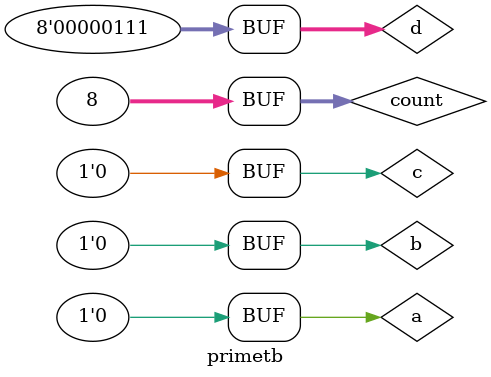
<source format=v>
module primetb;
   reg a,b,c;
   reg [7:0]d;
   wire out;
    integer count;
   mux8st1 m(.out(out),.s({a,b,c}),.d(d));
   initial 
   begin
  $monitor ("{a,b,c,d}=%b\t {out}=%b\t",{a,b,c,d},{out});
   a=1'b0;
   b=1'b0;
   c=1'b0;
   d=8'b00001111;
  for(count=0;count<8;count=count+1)
   begin
   {a,b,c,d}=count;
      #20;
            end
      end
   endmodule 
</source>
